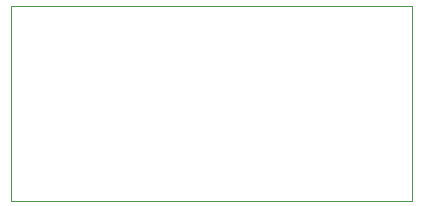
<source format=gbr>
%TF.GenerationSoftware,KiCad,Pcbnew,7.0.10*%
%TF.CreationDate,2024-05-09T00:22:21+08:00*%
%TF.ProjectId,pcb.rescue,7063622e-7265-4736-9375-652e6b696361,rev?*%
%TF.SameCoordinates,Original*%
%TF.FileFunction,Profile,NP*%
%FSLAX46Y46*%
G04 Gerber Fmt 4.6, Leading zero omitted, Abs format (unit mm)*
G04 Created by KiCad (PCBNEW 7.0.10) date 2024-05-09 00:22:21*
%MOMM*%
%LPD*%
G01*
G04 APERTURE LIST*
%TA.AperFunction,Profile*%
%ADD10C,0.100000*%
%TD*%
G04 APERTURE END LIST*
D10*
X130000000Y-80500000D02*
X164000000Y-80500000D01*
X164000000Y-97000000D01*
X130000000Y-97000000D01*
X130000000Y-80500000D01*
M02*

</source>
